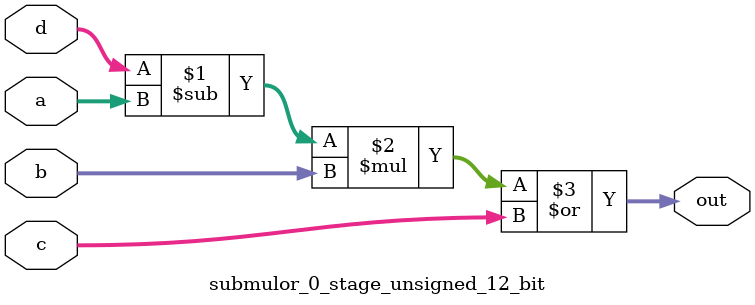
<source format=sv>
(* use_dsp = "yes" *) module submulor_0_stage_unsigned_12_bit(
	input  [11:0] a,
	input  [11:0] b,
	input  [11:0] c,
	input  [11:0] d,
	output [11:0] out
	);

	assign out = ((d - a) * b) | c;
endmodule

</source>
